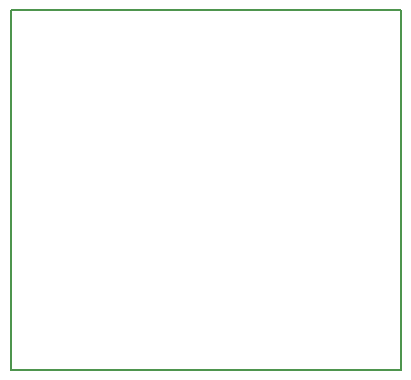
<source format=gm1>
G04 #@! TF.FileFunction,Profile,NP*
%FSLAX46Y46*%
G04 Gerber Fmt 4.6, Leading zero omitted, Abs format (unit mm)*
G04 Created by KiCad (PCBNEW 4.0.1-stable) date Tuesday, December 29, 2015 'PMt' 07:02:28 PM*
%MOMM*%
G01*
G04 APERTURE LIST*
%ADD10C,0.100000*%
%ADD11C,0.150000*%
G04 APERTURE END LIST*
D10*
D11*
X142240000Y-102870000D02*
X142240000Y-133350000D01*
X175260000Y-102870000D02*
X175260000Y-133350000D01*
X175260000Y-133350000D02*
X142240000Y-133350000D01*
X142240000Y-102870000D02*
X175260000Y-102870000D01*
M02*

</source>
